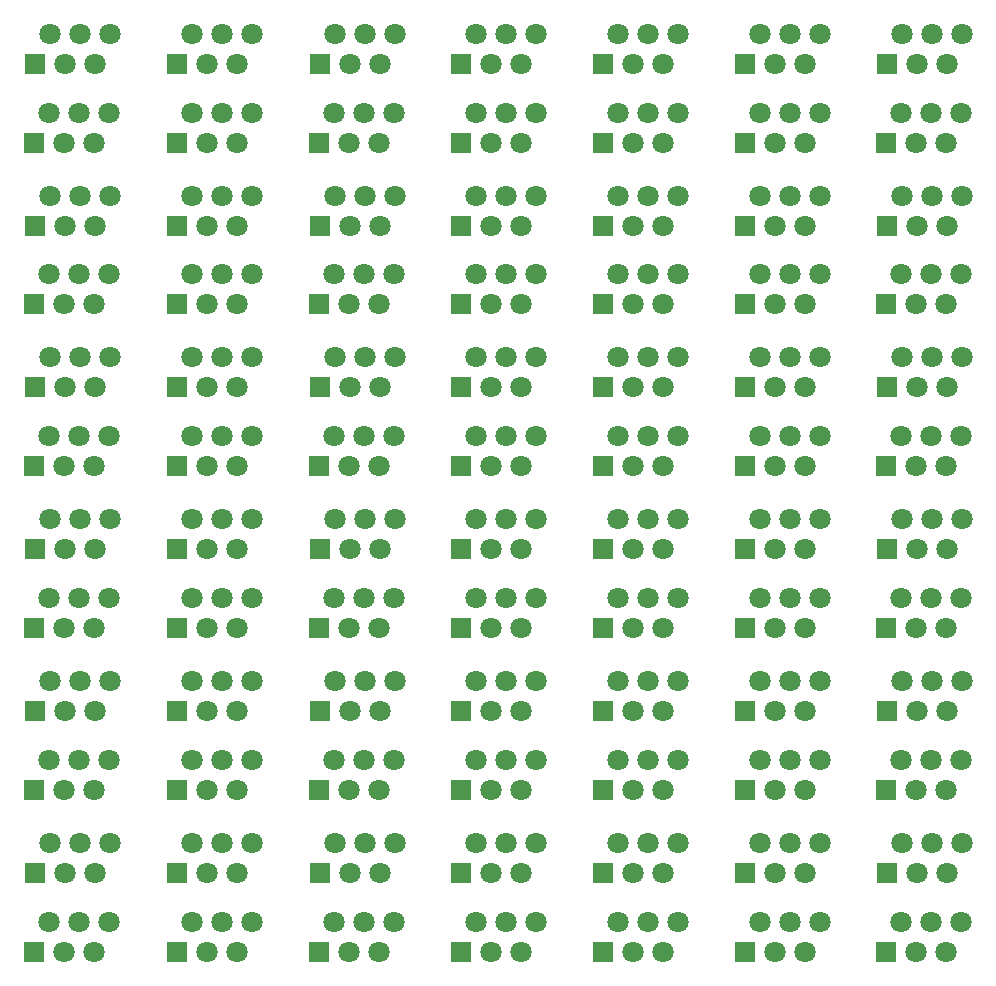
<source format=gbr>
G04 #@! TF.GenerationSoftware,KiCad,Pcbnew,5.0.2-bee76a0~70~ubuntu18.04.1*
G04 #@! TF.CreationDate,2019-05-10T19:14:11+02:00*
G04 #@! TF.ProjectId,spi_connector_board_micromatch_only_5x5_panel,7370695f-636f-46e6-9e65-63746f725f62,rev?*
G04 #@! TF.SameCoordinates,Original*
G04 #@! TF.FileFunction,Copper,L2,Bot*
G04 #@! TF.FilePolarity,Positive*
%FSLAX46Y46*%
G04 Gerber Fmt 4.6, Leading zero omitted, Abs format (unit mm)*
G04 Created by KiCad (PCBNEW 5.0.2-bee76a0~70~ubuntu18.04.1) date Fr 10 Mai 2019 19:14:11 CEST*
%MOMM*%
%LPD*%
G01*
G04 APERTURE LIST*
G04 #@! TA.AperFunction,ComponentPad*
%ADD10C,1.800000*%
G04 #@! TD*
G04 #@! TA.AperFunction,ComponentPad*
%ADD11R,1.800000X1.800000*%
G04 #@! TD*
G04 APERTURE END LIST*
D10*
G04 #@! TO.P,REF\002A\002A,6*
G04 #@! TO.N,N/C*
X159442500Y-144208000D03*
G04 #@! TO.P,REF\002A\002A,5*
X158172500Y-146748000D03*
D11*
G04 #@! TO.P,REF\002A\002A,1*
X153092500Y-146748000D03*
D10*
G04 #@! TO.P,REF\002A\002A,2*
X154362500Y-144208000D03*
G04 #@! TO.P,REF\002A\002A,3*
X155632500Y-146748000D03*
G04 #@! TO.P,REF\002A\002A,4*
X156902500Y-144208000D03*
G04 #@! TD*
G04 #@! TO.P,REF\002A\002A,6*
G04 #@! TO.N,N/C*
X147442500Y-144208000D03*
G04 #@! TO.P,REF\002A\002A,5*
X146172500Y-146748000D03*
D11*
G04 #@! TO.P,REF\002A\002A,1*
X141092500Y-146748000D03*
D10*
G04 #@! TO.P,REF\002A\002A,2*
X142362500Y-144208000D03*
G04 #@! TO.P,REF\002A\002A,3*
X143632500Y-146748000D03*
G04 #@! TO.P,REF\002A\002A,4*
X144902500Y-144208000D03*
G04 #@! TD*
G04 #@! TO.P,REF\002A\002A,6*
G04 #@! TO.N,N/C*
X135442500Y-144208000D03*
G04 #@! TO.P,REF\002A\002A,5*
X134172500Y-146748000D03*
D11*
G04 #@! TO.P,REF\002A\002A,1*
X129092500Y-146748000D03*
D10*
G04 #@! TO.P,REF\002A\002A,2*
X130362500Y-144208000D03*
G04 #@! TO.P,REF\002A\002A,3*
X131632500Y-146748000D03*
G04 #@! TO.P,REF\002A\002A,4*
X132902500Y-144208000D03*
G04 #@! TD*
G04 #@! TO.P,REF\002A\002A,6*
G04 #@! TO.N,N/C*
X99346500Y-150881000D03*
G04 #@! TO.P,REF\002A\002A,5*
X98076500Y-153421000D03*
D11*
G04 #@! TO.P,REF\002A\002A,1*
X92996500Y-153421000D03*
D10*
G04 #@! TO.P,REF\002A\002A,2*
X94266500Y-150881000D03*
G04 #@! TO.P,REF\002A\002A,3*
X95536500Y-153421000D03*
G04 #@! TO.P,REF\002A\002A,4*
X96806500Y-150881000D03*
G04 #@! TD*
G04 #@! TO.P,REF\002A\002A,4*
G04 #@! TO.N,N/C*
X156871500Y-150881000D03*
G04 #@! TO.P,REF\002A\002A,3*
X155601500Y-153421000D03*
G04 #@! TO.P,REF\002A\002A,2*
X154331500Y-150881000D03*
D11*
G04 #@! TO.P,REF\002A\002A,1*
X153061500Y-153421000D03*
D10*
G04 #@! TO.P,REF\002A\002A,5*
X158141500Y-153421000D03*
G04 #@! TO.P,REF\002A\002A,6*
X159411500Y-150881000D03*
G04 #@! TD*
G04 #@! TO.P,REF\002A\002A,6*
G04 #@! TO.N,N/C*
X87312500Y-144208000D03*
G04 #@! TO.P,REF\002A\002A,5*
X86042500Y-146748000D03*
D11*
G04 #@! TO.P,REF\002A\002A,1*
X80962500Y-146748000D03*
D10*
G04 #@! TO.P,REF\002A\002A,2*
X82232500Y-144208000D03*
G04 #@! TO.P,REF\002A\002A,3*
X83502500Y-146748000D03*
G04 #@! TO.P,REF\002A\002A,4*
X84772500Y-144208000D03*
G04 #@! TD*
G04 #@! TO.P,REF\002A\002A,4*
G04 #@! TO.N,N/C*
X108871500Y-150881000D03*
G04 #@! TO.P,REF\002A\002A,3*
X107601500Y-153421000D03*
G04 #@! TO.P,REF\002A\002A,2*
X106331500Y-150881000D03*
D11*
G04 #@! TO.P,REF\002A\002A,1*
X105061500Y-153421000D03*
D10*
G04 #@! TO.P,REF\002A\002A,5*
X110141500Y-153421000D03*
G04 #@! TO.P,REF\002A\002A,6*
X111411500Y-150881000D03*
G04 #@! TD*
G04 #@! TO.P,REF\002A\002A,4*
G04 #@! TO.N,N/C*
X120871500Y-150881000D03*
G04 #@! TO.P,REF\002A\002A,3*
X119601500Y-153421000D03*
G04 #@! TO.P,REF\002A\002A,2*
X118331500Y-150881000D03*
D11*
G04 #@! TO.P,REF\002A\002A,1*
X117061500Y-153421000D03*
D10*
G04 #@! TO.P,REF\002A\002A,5*
X122141500Y-153421000D03*
G04 #@! TO.P,REF\002A\002A,6*
X123411500Y-150881000D03*
G04 #@! TD*
G04 #@! TO.P,REF\002A\002A,4*
G04 #@! TO.N,N/C*
X132871500Y-150881000D03*
G04 #@! TO.P,REF\002A\002A,3*
X131601500Y-153421000D03*
G04 #@! TO.P,REF\002A\002A,2*
X130331500Y-150881000D03*
D11*
G04 #@! TO.P,REF\002A\002A,1*
X129061500Y-153421000D03*
D10*
G04 #@! TO.P,REF\002A\002A,5*
X134141500Y-153421000D03*
G04 #@! TO.P,REF\002A\002A,6*
X135411500Y-150881000D03*
G04 #@! TD*
G04 #@! TO.P,REF\002A\002A,4*
G04 #@! TO.N,N/C*
X144871500Y-150881000D03*
G04 #@! TO.P,REF\002A\002A,3*
X143601500Y-153421000D03*
G04 #@! TO.P,REF\002A\002A,2*
X142331500Y-150881000D03*
D11*
G04 #@! TO.P,REF\002A\002A,1*
X141061500Y-153421000D03*
D10*
G04 #@! TO.P,REF\002A\002A,5*
X146141500Y-153421000D03*
G04 #@! TO.P,REF\002A\002A,6*
X147411500Y-150881000D03*
G04 #@! TD*
G04 #@! TO.P,REF\002A\002A,4*
G04 #@! TO.N,N/C*
X84741500Y-150881000D03*
G04 #@! TO.P,REF\002A\002A,3*
X83471500Y-153421000D03*
G04 #@! TO.P,REF\002A\002A,2*
X82201500Y-150881000D03*
D11*
G04 #@! TO.P,REF\002A\002A,1*
X80931500Y-153421000D03*
D10*
G04 #@! TO.P,REF\002A\002A,5*
X86011500Y-153421000D03*
G04 #@! TO.P,REF\002A\002A,6*
X87281500Y-150881000D03*
G04 #@! TD*
G04 #@! TO.P,REF\002A\002A,6*
G04 #@! TO.N,N/C*
X111442500Y-144208000D03*
G04 #@! TO.P,REF\002A\002A,5*
X110172500Y-146748000D03*
D11*
G04 #@! TO.P,REF\002A\002A,1*
X105092500Y-146748000D03*
D10*
G04 #@! TO.P,REF\002A\002A,2*
X106362500Y-144208000D03*
G04 #@! TO.P,REF\002A\002A,3*
X107632500Y-146748000D03*
G04 #@! TO.P,REF\002A\002A,4*
X108902500Y-144208000D03*
G04 #@! TD*
G04 #@! TO.P,REF\002A\002A,4*
G04 #@! TO.N,N/C*
X96837500Y-144208000D03*
G04 #@! TO.P,REF\002A\002A,3*
X95567500Y-146748000D03*
G04 #@! TO.P,REF\002A\002A,2*
X94297500Y-144208000D03*
D11*
G04 #@! TO.P,REF\002A\002A,1*
X93027500Y-146748000D03*
D10*
G04 #@! TO.P,REF\002A\002A,5*
X98107500Y-146748000D03*
G04 #@! TO.P,REF\002A\002A,6*
X99377500Y-144208000D03*
G04 #@! TD*
G04 #@! TO.P,REF\002A\002A,6*
G04 #@! TO.N,N/C*
X123442500Y-144208000D03*
G04 #@! TO.P,REF\002A\002A,5*
X122172500Y-146748000D03*
D11*
G04 #@! TO.P,REF\002A\002A,1*
X117092500Y-146748000D03*
D10*
G04 #@! TO.P,REF\002A\002A,2*
X118362500Y-144208000D03*
G04 #@! TO.P,REF\002A\002A,3*
X119632500Y-146748000D03*
G04 #@! TO.P,REF\002A\002A,4*
X120902500Y-144208000D03*
G04 #@! TD*
G04 #@! TO.P,REF\002A\002A,4*
G04 #@! TO.N,N/C*
X84741500Y-82365000D03*
G04 #@! TO.P,REF\002A\002A,3*
X83471500Y-84905000D03*
G04 #@! TO.P,REF\002A\002A,2*
X82201500Y-82365000D03*
D11*
G04 #@! TO.P,REF\002A\002A,1*
X80931500Y-84905000D03*
D10*
G04 #@! TO.P,REF\002A\002A,5*
X86011500Y-84905000D03*
G04 #@! TO.P,REF\002A\002A,6*
X87281500Y-82365000D03*
G04 #@! TD*
G04 #@! TO.P,REF\002A\002A,6*
G04 #@! TO.N,N/C*
X87281500Y-96065000D03*
G04 #@! TO.P,REF\002A\002A,5*
X86011500Y-98605000D03*
D11*
G04 #@! TO.P,REF\002A\002A,1*
X80931500Y-98605000D03*
D10*
G04 #@! TO.P,REF\002A\002A,2*
X82201500Y-96065000D03*
G04 #@! TO.P,REF\002A\002A,3*
X83471500Y-98605000D03*
G04 #@! TO.P,REF\002A\002A,4*
X84741500Y-96065000D03*
G04 #@! TD*
G04 #@! TO.P,REF\002A\002A,6*
G04 #@! TO.N,N/C*
X87281500Y-123465000D03*
G04 #@! TO.P,REF\002A\002A,5*
X86011500Y-126005000D03*
D11*
G04 #@! TO.P,REF\002A\002A,1*
X80931500Y-126005000D03*
D10*
G04 #@! TO.P,REF\002A\002A,2*
X82201500Y-123465000D03*
G04 #@! TO.P,REF\002A\002A,3*
X83471500Y-126005000D03*
G04 #@! TO.P,REF\002A\002A,4*
X84741500Y-123465000D03*
G04 #@! TD*
G04 #@! TO.P,REF\002A\002A,6*
G04 #@! TO.N,N/C*
X87281500Y-137165000D03*
G04 #@! TO.P,REF\002A\002A,5*
X86011500Y-139705000D03*
D11*
G04 #@! TO.P,REF\002A\002A,1*
X80931500Y-139705000D03*
D10*
G04 #@! TO.P,REF\002A\002A,2*
X82201500Y-137165000D03*
G04 #@! TO.P,REF\002A\002A,3*
X83471500Y-139705000D03*
G04 #@! TO.P,REF\002A\002A,4*
X84741500Y-137165000D03*
G04 #@! TD*
G04 #@! TO.P,REF\002A\002A,6*
G04 #@! TO.N,N/C*
X87281500Y-109765000D03*
G04 #@! TO.P,REF\002A\002A,5*
X86011500Y-112305000D03*
D11*
G04 #@! TO.P,REF\002A\002A,1*
X80931500Y-112305000D03*
D10*
G04 #@! TO.P,REF\002A\002A,2*
X82201500Y-109765000D03*
G04 #@! TO.P,REF\002A\002A,3*
X83471500Y-112305000D03*
G04 #@! TO.P,REF\002A\002A,4*
X84741500Y-109765000D03*
G04 #@! TD*
G04 #@! TO.P,REF\002A\002A,4*
G04 #@! TO.N,N/C*
X84772500Y-89392000D03*
G04 #@! TO.P,REF\002A\002A,3*
X83502500Y-91932000D03*
G04 #@! TO.P,REF\002A\002A,2*
X82232500Y-89392000D03*
D11*
G04 #@! TO.P,REF\002A\002A,1*
X80962500Y-91932000D03*
D10*
G04 #@! TO.P,REF\002A\002A,5*
X86042500Y-91932000D03*
G04 #@! TO.P,REF\002A\002A,6*
X87312500Y-89392000D03*
G04 #@! TD*
G04 #@! TO.P,REF\002A\002A,4*
G04 #@! TO.N,N/C*
X84772500Y-103092000D03*
G04 #@! TO.P,REF\002A\002A,3*
X83502500Y-105632000D03*
G04 #@! TO.P,REF\002A\002A,2*
X82232500Y-103092000D03*
D11*
G04 #@! TO.P,REF\002A\002A,1*
X80962500Y-105632000D03*
D10*
G04 #@! TO.P,REF\002A\002A,5*
X86042500Y-105632000D03*
G04 #@! TO.P,REF\002A\002A,6*
X87312500Y-103092000D03*
G04 #@! TD*
G04 #@! TO.P,REF\002A\002A,4*
G04 #@! TO.N,N/C*
X84772500Y-116792000D03*
G04 #@! TO.P,REF\002A\002A,3*
X83502500Y-119332000D03*
G04 #@! TO.P,REF\002A\002A,2*
X82232500Y-116792000D03*
D11*
G04 #@! TO.P,REF\002A\002A,1*
X80962500Y-119332000D03*
D10*
G04 #@! TO.P,REF\002A\002A,5*
X86042500Y-119332000D03*
G04 #@! TO.P,REF\002A\002A,6*
X87312500Y-116792000D03*
G04 #@! TD*
G04 #@! TO.P,REF\002A\002A,6*
G04 #@! TO.N,N/C*
X87312500Y-75692000D03*
G04 #@! TO.P,REF\002A\002A,5*
X86042500Y-78232000D03*
D11*
G04 #@! TO.P,REF\002A\002A,1*
X80962500Y-78232000D03*
D10*
G04 #@! TO.P,REF\002A\002A,2*
X82232500Y-75692000D03*
G04 #@! TO.P,REF\002A\002A,3*
X83502500Y-78232000D03*
G04 #@! TO.P,REF\002A\002A,4*
X84772500Y-75692000D03*
G04 #@! TD*
G04 #@! TO.P,REF\002A\002A,4*
G04 #@! TO.N,N/C*
X84772500Y-130492000D03*
G04 #@! TO.P,REF\002A\002A,3*
X83502500Y-133032000D03*
G04 #@! TO.P,REF\002A\002A,2*
X82232500Y-130492000D03*
D11*
G04 #@! TO.P,REF\002A\002A,1*
X80962500Y-133032000D03*
D10*
G04 #@! TO.P,REF\002A\002A,5*
X86042500Y-133032000D03*
G04 #@! TO.P,REF\002A\002A,6*
X87312500Y-130492000D03*
G04 #@! TD*
G04 #@! TO.P,REF\002A\002A,6*
G04 #@! TO.N,N/C*
X99377500Y-89392000D03*
G04 #@! TO.P,REF\002A\002A,5*
X98107500Y-91932000D03*
D11*
G04 #@! TO.P,REF\002A\002A,1*
X93027500Y-91932000D03*
D10*
G04 #@! TO.P,REF\002A\002A,2*
X94297500Y-89392000D03*
G04 #@! TO.P,REF\002A\002A,3*
X95567500Y-91932000D03*
G04 #@! TO.P,REF\002A\002A,4*
X96837500Y-89392000D03*
G04 #@! TD*
G04 #@! TO.P,REF\002A\002A,6*
G04 #@! TO.N,N/C*
X99377500Y-103092000D03*
G04 #@! TO.P,REF\002A\002A,5*
X98107500Y-105632000D03*
D11*
G04 #@! TO.P,REF\002A\002A,1*
X93027500Y-105632000D03*
D10*
G04 #@! TO.P,REF\002A\002A,2*
X94297500Y-103092000D03*
G04 #@! TO.P,REF\002A\002A,3*
X95567500Y-105632000D03*
G04 #@! TO.P,REF\002A\002A,4*
X96837500Y-103092000D03*
G04 #@! TD*
G04 #@! TO.P,REF\002A\002A,6*
G04 #@! TO.N,N/C*
X99377500Y-116792000D03*
G04 #@! TO.P,REF\002A\002A,5*
X98107500Y-119332000D03*
D11*
G04 #@! TO.P,REF\002A\002A,1*
X93027500Y-119332000D03*
D10*
G04 #@! TO.P,REF\002A\002A,2*
X94297500Y-116792000D03*
G04 #@! TO.P,REF\002A\002A,3*
X95567500Y-119332000D03*
G04 #@! TO.P,REF\002A\002A,4*
X96837500Y-116792000D03*
G04 #@! TD*
G04 #@! TO.P,REF\002A\002A,4*
G04 #@! TO.N,N/C*
X96837500Y-75692000D03*
G04 #@! TO.P,REF\002A\002A,3*
X95567500Y-78232000D03*
G04 #@! TO.P,REF\002A\002A,2*
X94297500Y-75692000D03*
D11*
G04 #@! TO.P,REF\002A\002A,1*
X93027500Y-78232000D03*
D10*
G04 #@! TO.P,REF\002A\002A,5*
X98107500Y-78232000D03*
G04 #@! TO.P,REF\002A\002A,6*
X99377500Y-75692000D03*
G04 #@! TD*
G04 #@! TO.P,REF\002A\002A,4*
G04 #@! TO.N,N/C*
X96806500Y-96065000D03*
G04 #@! TO.P,REF\002A\002A,3*
X95536500Y-98605000D03*
G04 #@! TO.P,REF\002A\002A,2*
X94266500Y-96065000D03*
D11*
G04 #@! TO.P,REF\002A\002A,1*
X92996500Y-98605000D03*
D10*
G04 #@! TO.P,REF\002A\002A,5*
X98076500Y-98605000D03*
G04 #@! TO.P,REF\002A\002A,6*
X99346500Y-96065000D03*
G04 #@! TD*
G04 #@! TO.P,REF\002A\002A,4*
G04 #@! TO.N,N/C*
X96806500Y-109765000D03*
G04 #@! TO.P,REF\002A\002A,3*
X95536500Y-112305000D03*
G04 #@! TO.P,REF\002A\002A,2*
X94266500Y-109765000D03*
D11*
G04 #@! TO.P,REF\002A\002A,1*
X92996500Y-112305000D03*
D10*
G04 #@! TO.P,REF\002A\002A,5*
X98076500Y-112305000D03*
G04 #@! TO.P,REF\002A\002A,6*
X99346500Y-109765000D03*
G04 #@! TD*
G04 #@! TO.P,REF\002A\002A,4*
G04 #@! TO.N,N/C*
X96806500Y-123465000D03*
G04 #@! TO.P,REF\002A\002A,3*
X95536500Y-126005000D03*
G04 #@! TO.P,REF\002A\002A,2*
X94266500Y-123465000D03*
D11*
G04 #@! TO.P,REF\002A\002A,1*
X92996500Y-126005000D03*
D10*
G04 #@! TO.P,REF\002A\002A,5*
X98076500Y-126005000D03*
G04 #@! TO.P,REF\002A\002A,6*
X99346500Y-123465000D03*
G04 #@! TD*
G04 #@! TO.P,REF\002A\002A,4*
G04 #@! TO.N,N/C*
X96806500Y-137165000D03*
G04 #@! TO.P,REF\002A\002A,3*
X95536500Y-139705000D03*
G04 #@! TO.P,REF\002A\002A,2*
X94266500Y-137165000D03*
D11*
G04 #@! TO.P,REF\002A\002A,1*
X92996500Y-139705000D03*
D10*
G04 #@! TO.P,REF\002A\002A,5*
X98076500Y-139705000D03*
G04 #@! TO.P,REF\002A\002A,6*
X99346500Y-137165000D03*
G04 #@! TD*
G04 #@! TO.P,REF\002A\002A,6*
G04 #@! TO.N,N/C*
X99346500Y-82365000D03*
G04 #@! TO.P,REF\002A\002A,5*
X98076500Y-84905000D03*
D11*
G04 #@! TO.P,REF\002A\002A,1*
X92996500Y-84905000D03*
D10*
G04 #@! TO.P,REF\002A\002A,2*
X94266500Y-82365000D03*
G04 #@! TO.P,REF\002A\002A,3*
X95536500Y-84905000D03*
G04 #@! TO.P,REF\002A\002A,4*
X96806500Y-82365000D03*
G04 #@! TD*
G04 #@! TO.P,REF\002A\002A,6*
G04 #@! TO.N,N/C*
X99377500Y-130492000D03*
G04 #@! TO.P,REF\002A\002A,5*
X98107500Y-133032000D03*
D11*
G04 #@! TO.P,REF\002A\002A,1*
X93027500Y-133032000D03*
D10*
G04 #@! TO.P,REF\002A\002A,2*
X94297500Y-130492000D03*
G04 #@! TO.P,REF\002A\002A,3*
X95567500Y-133032000D03*
G04 #@! TO.P,REF\002A\002A,4*
X96837500Y-130492000D03*
G04 #@! TD*
G04 #@! TO.P,REF\002A\002A,4*
G04 #@! TO.N,N/C*
X156902500Y-130492000D03*
G04 #@! TO.P,REF\002A\002A,3*
X155632500Y-133032000D03*
G04 #@! TO.P,REF\002A\002A,2*
X154362500Y-130492000D03*
D11*
G04 #@! TO.P,REF\002A\002A,1*
X153092500Y-133032000D03*
D10*
G04 #@! TO.P,REF\002A\002A,5*
X158172500Y-133032000D03*
G04 #@! TO.P,REF\002A\002A,6*
X159442500Y-130492000D03*
G04 #@! TD*
G04 #@! TO.P,REF\002A\002A,4*
G04 #@! TO.N,N/C*
X144902500Y-130492000D03*
G04 #@! TO.P,REF\002A\002A,3*
X143632500Y-133032000D03*
G04 #@! TO.P,REF\002A\002A,2*
X142362500Y-130492000D03*
D11*
G04 #@! TO.P,REF\002A\002A,1*
X141092500Y-133032000D03*
D10*
G04 #@! TO.P,REF\002A\002A,5*
X146172500Y-133032000D03*
G04 #@! TO.P,REF\002A\002A,6*
X147442500Y-130492000D03*
G04 #@! TD*
G04 #@! TO.P,REF\002A\002A,4*
G04 #@! TO.N,N/C*
X132902500Y-130492000D03*
G04 #@! TO.P,REF\002A\002A,3*
X131632500Y-133032000D03*
G04 #@! TO.P,REF\002A\002A,2*
X130362500Y-130492000D03*
D11*
G04 #@! TO.P,REF\002A\002A,1*
X129092500Y-133032000D03*
D10*
G04 #@! TO.P,REF\002A\002A,5*
X134172500Y-133032000D03*
G04 #@! TO.P,REF\002A\002A,6*
X135442500Y-130492000D03*
G04 #@! TD*
G04 #@! TO.P,REF\002A\002A,4*
G04 #@! TO.N,N/C*
X120902500Y-130492000D03*
G04 #@! TO.P,REF\002A\002A,3*
X119632500Y-133032000D03*
G04 #@! TO.P,REF\002A\002A,2*
X118362500Y-130492000D03*
D11*
G04 #@! TO.P,REF\002A\002A,1*
X117092500Y-133032000D03*
D10*
G04 #@! TO.P,REF\002A\002A,5*
X122172500Y-133032000D03*
G04 #@! TO.P,REF\002A\002A,6*
X123442500Y-130492000D03*
G04 #@! TD*
G04 #@! TO.P,REF\002A\002A,4*
G04 #@! TO.N,N/C*
X108902500Y-130492000D03*
G04 #@! TO.P,REF\002A\002A,3*
X107632500Y-133032000D03*
G04 #@! TO.P,REF\002A\002A,2*
X106362500Y-130492000D03*
D11*
G04 #@! TO.P,REF\002A\002A,1*
X105092500Y-133032000D03*
D10*
G04 #@! TO.P,REF\002A\002A,5*
X110172500Y-133032000D03*
G04 #@! TO.P,REF\002A\002A,6*
X111442500Y-130492000D03*
G04 #@! TD*
G04 #@! TO.P,REF\002A\002A,4*
G04 #@! TO.N,N/C*
X156902500Y-116792000D03*
G04 #@! TO.P,REF\002A\002A,3*
X155632500Y-119332000D03*
G04 #@! TO.P,REF\002A\002A,2*
X154362500Y-116792000D03*
D11*
G04 #@! TO.P,REF\002A\002A,1*
X153092500Y-119332000D03*
D10*
G04 #@! TO.P,REF\002A\002A,5*
X158172500Y-119332000D03*
G04 #@! TO.P,REF\002A\002A,6*
X159442500Y-116792000D03*
G04 #@! TD*
G04 #@! TO.P,REF\002A\002A,4*
G04 #@! TO.N,N/C*
X144902500Y-116792000D03*
G04 #@! TO.P,REF\002A\002A,3*
X143632500Y-119332000D03*
G04 #@! TO.P,REF\002A\002A,2*
X142362500Y-116792000D03*
D11*
G04 #@! TO.P,REF\002A\002A,1*
X141092500Y-119332000D03*
D10*
G04 #@! TO.P,REF\002A\002A,5*
X146172500Y-119332000D03*
G04 #@! TO.P,REF\002A\002A,6*
X147442500Y-116792000D03*
G04 #@! TD*
G04 #@! TO.P,REF\002A\002A,4*
G04 #@! TO.N,N/C*
X132902500Y-116792000D03*
G04 #@! TO.P,REF\002A\002A,3*
X131632500Y-119332000D03*
G04 #@! TO.P,REF\002A\002A,2*
X130362500Y-116792000D03*
D11*
G04 #@! TO.P,REF\002A\002A,1*
X129092500Y-119332000D03*
D10*
G04 #@! TO.P,REF\002A\002A,5*
X134172500Y-119332000D03*
G04 #@! TO.P,REF\002A\002A,6*
X135442500Y-116792000D03*
G04 #@! TD*
G04 #@! TO.P,REF\002A\002A,4*
G04 #@! TO.N,N/C*
X120902500Y-116792000D03*
G04 #@! TO.P,REF\002A\002A,3*
X119632500Y-119332000D03*
G04 #@! TO.P,REF\002A\002A,2*
X118362500Y-116792000D03*
D11*
G04 #@! TO.P,REF\002A\002A,1*
X117092500Y-119332000D03*
D10*
G04 #@! TO.P,REF\002A\002A,5*
X122172500Y-119332000D03*
G04 #@! TO.P,REF\002A\002A,6*
X123442500Y-116792000D03*
G04 #@! TD*
G04 #@! TO.P,REF\002A\002A,4*
G04 #@! TO.N,N/C*
X108902500Y-116792000D03*
G04 #@! TO.P,REF\002A\002A,3*
X107632500Y-119332000D03*
G04 #@! TO.P,REF\002A\002A,2*
X106362500Y-116792000D03*
D11*
G04 #@! TO.P,REF\002A\002A,1*
X105092500Y-119332000D03*
D10*
G04 #@! TO.P,REF\002A\002A,5*
X110172500Y-119332000D03*
G04 #@! TO.P,REF\002A\002A,6*
X111442500Y-116792000D03*
G04 #@! TD*
G04 #@! TO.P,REF\002A\002A,4*
G04 #@! TO.N,N/C*
X156902500Y-103092000D03*
G04 #@! TO.P,REF\002A\002A,3*
X155632500Y-105632000D03*
G04 #@! TO.P,REF\002A\002A,2*
X154362500Y-103092000D03*
D11*
G04 #@! TO.P,REF\002A\002A,1*
X153092500Y-105632000D03*
D10*
G04 #@! TO.P,REF\002A\002A,5*
X158172500Y-105632000D03*
G04 #@! TO.P,REF\002A\002A,6*
X159442500Y-103092000D03*
G04 #@! TD*
G04 #@! TO.P,REF\002A\002A,4*
G04 #@! TO.N,N/C*
X144902500Y-103092000D03*
G04 #@! TO.P,REF\002A\002A,3*
X143632500Y-105632000D03*
G04 #@! TO.P,REF\002A\002A,2*
X142362500Y-103092000D03*
D11*
G04 #@! TO.P,REF\002A\002A,1*
X141092500Y-105632000D03*
D10*
G04 #@! TO.P,REF\002A\002A,5*
X146172500Y-105632000D03*
G04 #@! TO.P,REF\002A\002A,6*
X147442500Y-103092000D03*
G04 #@! TD*
G04 #@! TO.P,REF\002A\002A,4*
G04 #@! TO.N,N/C*
X132902500Y-103092000D03*
G04 #@! TO.P,REF\002A\002A,3*
X131632500Y-105632000D03*
G04 #@! TO.P,REF\002A\002A,2*
X130362500Y-103092000D03*
D11*
G04 #@! TO.P,REF\002A\002A,1*
X129092500Y-105632000D03*
D10*
G04 #@! TO.P,REF\002A\002A,5*
X134172500Y-105632000D03*
G04 #@! TO.P,REF\002A\002A,6*
X135442500Y-103092000D03*
G04 #@! TD*
G04 #@! TO.P,REF\002A\002A,4*
G04 #@! TO.N,N/C*
X120902500Y-103092000D03*
G04 #@! TO.P,REF\002A\002A,3*
X119632500Y-105632000D03*
G04 #@! TO.P,REF\002A\002A,2*
X118362500Y-103092000D03*
D11*
G04 #@! TO.P,REF\002A\002A,1*
X117092500Y-105632000D03*
D10*
G04 #@! TO.P,REF\002A\002A,5*
X122172500Y-105632000D03*
G04 #@! TO.P,REF\002A\002A,6*
X123442500Y-103092000D03*
G04 #@! TD*
G04 #@! TO.P,REF\002A\002A,4*
G04 #@! TO.N,N/C*
X108902500Y-103092000D03*
G04 #@! TO.P,REF\002A\002A,3*
X107632500Y-105632000D03*
G04 #@! TO.P,REF\002A\002A,2*
X106362500Y-103092000D03*
D11*
G04 #@! TO.P,REF\002A\002A,1*
X105092500Y-105632000D03*
D10*
G04 #@! TO.P,REF\002A\002A,5*
X110172500Y-105632000D03*
G04 #@! TO.P,REF\002A\002A,6*
X111442500Y-103092000D03*
G04 #@! TD*
G04 #@! TO.P,REF\002A\002A,4*
G04 #@! TO.N,N/C*
X156902500Y-89392000D03*
G04 #@! TO.P,REF\002A\002A,3*
X155632500Y-91932000D03*
G04 #@! TO.P,REF\002A\002A,2*
X154362500Y-89392000D03*
D11*
G04 #@! TO.P,REF\002A\002A,1*
X153092500Y-91932000D03*
D10*
G04 #@! TO.P,REF\002A\002A,5*
X158172500Y-91932000D03*
G04 #@! TO.P,REF\002A\002A,6*
X159442500Y-89392000D03*
G04 #@! TD*
G04 #@! TO.P,REF\002A\002A,4*
G04 #@! TO.N,N/C*
X144902500Y-89392000D03*
G04 #@! TO.P,REF\002A\002A,3*
X143632500Y-91932000D03*
G04 #@! TO.P,REF\002A\002A,2*
X142362500Y-89392000D03*
D11*
G04 #@! TO.P,REF\002A\002A,1*
X141092500Y-91932000D03*
D10*
G04 #@! TO.P,REF\002A\002A,5*
X146172500Y-91932000D03*
G04 #@! TO.P,REF\002A\002A,6*
X147442500Y-89392000D03*
G04 #@! TD*
G04 #@! TO.P,REF\002A\002A,4*
G04 #@! TO.N,N/C*
X132902500Y-89392000D03*
G04 #@! TO.P,REF\002A\002A,3*
X131632500Y-91932000D03*
G04 #@! TO.P,REF\002A\002A,2*
X130362500Y-89392000D03*
D11*
G04 #@! TO.P,REF\002A\002A,1*
X129092500Y-91932000D03*
D10*
G04 #@! TO.P,REF\002A\002A,5*
X134172500Y-91932000D03*
G04 #@! TO.P,REF\002A\002A,6*
X135442500Y-89392000D03*
G04 #@! TD*
G04 #@! TO.P,REF\002A\002A,4*
G04 #@! TO.N,N/C*
X120902500Y-89392000D03*
G04 #@! TO.P,REF\002A\002A,3*
X119632500Y-91932000D03*
G04 #@! TO.P,REF\002A\002A,2*
X118362500Y-89392000D03*
D11*
G04 #@! TO.P,REF\002A\002A,1*
X117092500Y-91932000D03*
D10*
G04 #@! TO.P,REF\002A\002A,5*
X122172500Y-91932000D03*
G04 #@! TO.P,REF\002A\002A,6*
X123442500Y-89392000D03*
G04 #@! TD*
G04 #@! TO.P,REF\002A\002A,4*
G04 #@! TO.N,N/C*
X108902500Y-89392000D03*
G04 #@! TO.P,REF\002A\002A,3*
X107632500Y-91932000D03*
G04 #@! TO.P,REF\002A\002A,2*
X106362500Y-89392000D03*
D11*
G04 #@! TO.P,REF\002A\002A,1*
X105092500Y-91932000D03*
D10*
G04 #@! TO.P,REF\002A\002A,5*
X110172500Y-91932000D03*
G04 #@! TO.P,REF\002A\002A,6*
X111442500Y-89392000D03*
G04 #@! TD*
G04 #@! TO.P,REF\002A\002A,4*
G04 #@! TO.N,N/C*
X156902500Y-75692000D03*
G04 #@! TO.P,REF\002A\002A,3*
X155632500Y-78232000D03*
G04 #@! TO.P,REF\002A\002A,2*
X154362500Y-75692000D03*
D11*
G04 #@! TO.P,REF\002A\002A,1*
X153092500Y-78232000D03*
D10*
G04 #@! TO.P,REF\002A\002A,5*
X158172500Y-78232000D03*
G04 #@! TO.P,REF\002A\002A,6*
X159442500Y-75692000D03*
G04 #@! TD*
G04 #@! TO.P,REF\002A\002A,4*
G04 #@! TO.N,N/C*
X144902500Y-75692000D03*
G04 #@! TO.P,REF\002A\002A,3*
X143632500Y-78232000D03*
G04 #@! TO.P,REF\002A\002A,2*
X142362500Y-75692000D03*
D11*
G04 #@! TO.P,REF\002A\002A,1*
X141092500Y-78232000D03*
D10*
G04 #@! TO.P,REF\002A\002A,5*
X146172500Y-78232000D03*
G04 #@! TO.P,REF\002A\002A,6*
X147442500Y-75692000D03*
G04 #@! TD*
G04 #@! TO.P,REF\002A\002A,4*
G04 #@! TO.N,N/C*
X132902500Y-75692000D03*
G04 #@! TO.P,REF\002A\002A,3*
X131632500Y-78232000D03*
G04 #@! TO.P,REF\002A\002A,2*
X130362500Y-75692000D03*
D11*
G04 #@! TO.P,REF\002A\002A,1*
X129092500Y-78232000D03*
D10*
G04 #@! TO.P,REF\002A\002A,5*
X134172500Y-78232000D03*
G04 #@! TO.P,REF\002A\002A,6*
X135442500Y-75692000D03*
G04 #@! TD*
G04 #@! TO.P,REF\002A\002A,4*
G04 #@! TO.N,N/C*
X120902500Y-75692000D03*
G04 #@! TO.P,REF\002A\002A,3*
X119632500Y-78232000D03*
G04 #@! TO.P,REF\002A\002A,2*
X118362500Y-75692000D03*
D11*
G04 #@! TO.P,REF\002A\002A,1*
X117092500Y-78232000D03*
D10*
G04 #@! TO.P,REF\002A\002A,5*
X122172500Y-78232000D03*
G04 #@! TO.P,REF\002A\002A,6*
X123442500Y-75692000D03*
G04 #@! TD*
G04 #@! TO.P,REF\002A\002A,6*
G04 #@! TO.N,N/C*
X159411500Y-137165000D03*
G04 #@! TO.P,REF\002A\002A,5*
X158141500Y-139705000D03*
D11*
G04 #@! TO.P,REF\002A\002A,1*
X153061500Y-139705000D03*
D10*
G04 #@! TO.P,REF\002A\002A,2*
X154331500Y-137165000D03*
G04 #@! TO.P,REF\002A\002A,3*
X155601500Y-139705000D03*
G04 #@! TO.P,REF\002A\002A,4*
X156871500Y-137165000D03*
G04 #@! TD*
G04 #@! TO.P,REF\002A\002A,6*
G04 #@! TO.N,N/C*
X147411500Y-137165000D03*
G04 #@! TO.P,REF\002A\002A,5*
X146141500Y-139705000D03*
D11*
G04 #@! TO.P,REF\002A\002A,1*
X141061500Y-139705000D03*
D10*
G04 #@! TO.P,REF\002A\002A,2*
X142331500Y-137165000D03*
G04 #@! TO.P,REF\002A\002A,3*
X143601500Y-139705000D03*
G04 #@! TO.P,REF\002A\002A,4*
X144871500Y-137165000D03*
G04 #@! TD*
G04 #@! TO.P,REF\002A\002A,6*
G04 #@! TO.N,N/C*
X135411500Y-137165000D03*
G04 #@! TO.P,REF\002A\002A,5*
X134141500Y-139705000D03*
D11*
G04 #@! TO.P,REF\002A\002A,1*
X129061500Y-139705000D03*
D10*
G04 #@! TO.P,REF\002A\002A,2*
X130331500Y-137165000D03*
G04 #@! TO.P,REF\002A\002A,3*
X131601500Y-139705000D03*
G04 #@! TO.P,REF\002A\002A,4*
X132871500Y-137165000D03*
G04 #@! TD*
G04 #@! TO.P,REF\002A\002A,6*
G04 #@! TO.N,N/C*
X123411500Y-137165000D03*
G04 #@! TO.P,REF\002A\002A,5*
X122141500Y-139705000D03*
D11*
G04 #@! TO.P,REF\002A\002A,1*
X117061500Y-139705000D03*
D10*
G04 #@! TO.P,REF\002A\002A,2*
X118331500Y-137165000D03*
G04 #@! TO.P,REF\002A\002A,3*
X119601500Y-139705000D03*
G04 #@! TO.P,REF\002A\002A,4*
X120871500Y-137165000D03*
G04 #@! TD*
G04 #@! TO.P,REF\002A\002A,6*
G04 #@! TO.N,N/C*
X111411500Y-137165000D03*
G04 #@! TO.P,REF\002A\002A,5*
X110141500Y-139705000D03*
D11*
G04 #@! TO.P,REF\002A\002A,1*
X105061500Y-139705000D03*
D10*
G04 #@! TO.P,REF\002A\002A,2*
X106331500Y-137165000D03*
G04 #@! TO.P,REF\002A\002A,3*
X107601500Y-139705000D03*
G04 #@! TO.P,REF\002A\002A,4*
X108871500Y-137165000D03*
G04 #@! TD*
G04 #@! TO.P,REF\002A\002A,6*
G04 #@! TO.N,N/C*
X159411500Y-123465000D03*
G04 #@! TO.P,REF\002A\002A,5*
X158141500Y-126005000D03*
D11*
G04 #@! TO.P,REF\002A\002A,1*
X153061500Y-126005000D03*
D10*
G04 #@! TO.P,REF\002A\002A,2*
X154331500Y-123465000D03*
G04 #@! TO.P,REF\002A\002A,3*
X155601500Y-126005000D03*
G04 #@! TO.P,REF\002A\002A,4*
X156871500Y-123465000D03*
G04 #@! TD*
G04 #@! TO.P,REF\002A\002A,6*
G04 #@! TO.N,N/C*
X147411500Y-123465000D03*
G04 #@! TO.P,REF\002A\002A,5*
X146141500Y-126005000D03*
D11*
G04 #@! TO.P,REF\002A\002A,1*
X141061500Y-126005000D03*
D10*
G04 #@! TO.P,REF\002A\002A,2*
X142331500Y-123465000D03*
G04 #@! TO.P,REF\002A\002A,3*
X143601500Y-126005000D03*
G04 #@! TO.P,REF\002A\002A,4*
X144871500Y-123465000D03*
G04 #@! TD*
G04 #@! TO.P,REF\002A\002A,6*
G04 #@! TO.N,N/C*
X135411500Y-123465000D03*
G04 #@! TO.P,REF\002A\002A,5*
X134141500Y-126005000D03*
D11*
G04 #@! TO.P,REF\002A\002A,1*
X129061500Y-126005000D03*
D10*
G04 #@! TO.P,REF\002A\002A,2*
X130331500Y-123465000D03*
G04 #@! TO.P,REF\002A\002A,3*
X131601500Y-126005000D03*
G04 #@! TO.P,REF\002A\002A,4*
X132871500Y-123465000D03*
G04 #@! TD*
G04 #@! TO.P,REF\002A\002A,6*
G04 #@! TO.N,N/C*
X123411500Y-123465000D03*
G04 #@! TO.P,REF\002A\002A,5*
X122141500Y-126005000D03*
D11*
G04 #@! TO.P,REF\002A\002A,1*
X117061500Y-126005000D03*
D10*
G04 #@! TO.P,REF\002A\002A,2*
X118331500Y-123465000D03*
G04 #@! TO.P,REF\002A\002A,3*
X119601500Y-126005000D03*
G04 #@! TO.P,REF\002A\002A,4*
X120871500Y-123465000D03*
G04 #@! TD*
G04 #@! TO.P,REF\002A\002A,6*
G04 #@! TO.N,N/C*
X111411500Y-123465000D03*
G04 #@! TO.P,REF\002A\002A,5*
X110141500Y-126005000D03*
D11*
G04 #@! TO.P,REF\002A\002A,1*
X105061500Y-126005000D03*
D10*
G04 #@! TO.P,REF\002A\002A,2*
X106331500Y-123465000D03*
G04 #@! TO.P,REF\002A\002A,3*
X107601500Y-126005000D03*
G04 #@! TO.P,REF\002A\002A,4*
X108871500Y-123465000D03*
G04 #@! TD*
G04 #@! TO.P,REF\002A\002A,6*
G04 #@! TO.N,N/C*
X159411500Y-109765000D03*
G04 #@! TO.P,REF\002A\002A,5*
X158141500Y-112305000D03*
D11*
G04 #@! TO.P,REF\002A\002A,1*
X153061500Y-112305000D03*
D10*
G04 #@! TO.P,REF\002A\002A,2*
X154331500Y-109765000D03*
G04 #@! TO.P,REF\002A\002A,3*
X155601500Y-112305000D03*
G04 #@! TO.P,REF\002A\002A,4*
X156871500Y-109765000D03*
G04 #@! TD*
G04 #@! TO.P,REF\002A\002A,6*
G04 #@! TO.N,N/C*
X147411500Y-109765000D03*
G04 #@! TO.P,REF\002A\002A,5*
X146141500Y-112305000D03*
D11*
G04 #@! TO.P,REF\002A\002A,1*
X141061500Y-112305000D03*
D10*
G04 #@! TO.P,REF\002A\002A,2*
X142331500Y-109765000D03*
G04 #@! TO.P,REF\002A\002A,3*
X143601500Y-112305000D03*
G04 #@! TO.P,REF\002A\002A,4*
X144871500Y-109765000D03*
G04 #@! TD*
G04 #@! TO.P,REF\002A\002A,6*
G04 #@! TO.N,N/C*
X135411500Y-109765000D03*
G04 #@! TO.P,REF\002A\002A,5*
X134141500Y-112305000D03*
D11*
G04 #@! TO.P,REF\002A\002A,1*
X129061500Y-112305000D03*
D10*
G04 #@! TO.P,REF\002A\002A,2*
X130331500Y-109765000D03*
G04 #@! TO.P,REF\002A\002A,3*
X131601500Y-112305000D03*
G04 #@! TO.P,REF\002A\002A,4*
X132871500Y-109765000D03*
G04 #@! TD*
G04 #@! TO.P,REF\002A\002A,6*
G04 #@! TO.N,N/C*
X123411500Y-109765000D03*
G04 #@! TO.P,REF\002A\002A,5*
X122141500Y-112305000D03*
D11*
G04 #@! TO.P,REF\002A\002A,1*
X117061500Y-112305000D03*
D10*
G04 #@! TO.P,REF\002A\002A,2*
X118331500Y-109765000D03*
G04 #@! TO.P,REF\002A\002A,3*
X119601500Y-112305000D03*
G04 #@! TO.P,REF\002A\002A,4*
X120871500Y-109765000D03*
G04 #@! TD*
G04 #@! TO.P,REF\002A\002A,6*
G04 #@! TO.N,N/C*
X111411500Y-109765000D03*
G04 #@! TO.P,REF\002A\002A,5*
X110141500Y-112305000D03*
D11*
G04 #@! TO.P,REF\002A\002A,1*
X105061500Y-112305000D03*
D10*
G04 #@! TO.P,REF\002A\002A,2*
X106331500Y-109765000D03*
G04 #@! TO.P,REF\002A\002A,3*
X107601500Y-112305000D03*
G04 #@! TO.P,REF\002A\002A,4*
X108871500Y-109765000D03*
G04 #@! TD*
G04 #@! TO.P,REF\002A\002A,6*
G04 #@! TO.N,N/C*
X159411500Y-96065000D03*
G04 #@! TO.P,REF\002A\002A,5*
X158141500Y-98605000D03*
D11*
G04 #@! TO.P,REF\002A\002A,1*
X153061500Y-98605000D03*
D10*
G04 #@! TO.P,REF\002A\002A,2*
X154331500Y-96065000D03*
G04 #@! TO.P,REF\002A\002A,3*
X155601500Y-98605000D03*
G04 #@! TO.P,REF\002A\002A,4*
X156871500Y-96065000D03*
G04 #@! TD*
G04 #@! TO.P,REF\002A\002A,6*
G04 #@! TO.N,N/C*
X147411500Y-96065000D03*
G04 #@! TO.P,REF\002A\002A,5*
X146141500Y-98605000D03*
D11*
G04 #@! TO.P,REF\002A\002A,1*
X141061500Y-98605000D03*
D10*
G04 #@! TO.P,REF\002A\002A,2*
X142331500Y-96065000D03*
G04 #@! TO.P,REF\002A\002A,3*
X143601500Y-98605000D03*
G04 #@! TO.P,REF\002A\002A,4*
X144871500Y-96065000D03*
G04 #@! TD*
G04 #@! TO.P,REF\002A\002A,6*
G04 #@! TO.N,N/C*
X135411500Y-96065000D03*
G04 #@! TO.P,REF\002A\002A,5*
X134141500Y-98605000D03*
D11*
G04 #@! TO.P,REF\002A\002A,1*
X129061500Y-98605000D03*
D10*
G04 #@! TO.P,REF\002A\002A,2*
X130331500Y-96065000D03*
G04 #@! TO.P,REF\002A\002A,3*
X131601500Y-98605000D03*
G04 #@! TO.P,REF\002A\002A,4*
X132871500Y-96065000D03*
G04 #@! TD*
G04 #@! TO.P,REF\002A\002A,6*
G04 #@! TO.N,N/C*
X123411500Y-96065000D03*
G04 #@! TO.P,REF\002A\002A,5*
X122141500Y-98605000D03*
D11*
G04 #@! TO.P,REF\002A\002A,1*
X117061500Y-98605000D03*
D10*
G04 #@! TO.P,REF\002A\002A,2*
X118331500Y-96065000D03*
G04 #@! TO.P,REF\002A\002A,3*
X119601500Y-98605000D03*
G04 #@! TO.P,REF\002A\002A,4*
X120871500Y-96065000D03*
G04 #@! TD*
G04 #@! TO.P,REF\002A\002A,6*
G04 #@! TO.N,N/C*
X111411500Y-96065000D03*
G04 #@! TO.P,REF\002A\002A,5*
X110141500Y-98605000D03*
D11*
G04 #@! TO.P,REF\002A\002A,1*
X105061500Y-98605000D03*
D10*
G04 #@! TO.P,REF\002A\002A,2*
X106331500Y-96065000D03*
G04 #@! TO.P,REF\002A\002A,3*
X107601500Y-98605000D03*
G04 #@! TO.P,REF\002A\002A,4*
X108871500Y-96065000D03*
G04 #@! TD*
G04 #@! TO.P,REF\002A\002A,6*
G04 #@! TO.N,N/C*
X159411500Y-82365000D03*
G04 #@! TO.P,REF\002A\002A,5*
X158141500Y-84905000D03*
D11*
G04 #@! TO.P,REF\002A\002A,1*
X153061500Y-84905000D03*
D10*
G04 #@! TO.P,REF\002A\002A,2*
X154331500Y-82365000D03*
G04 #@! TO.P,REF\002A\002A,3*
X155601500Y-84905000D03*
G04 #@! TO.P,REF\002A\002A,4*
X156871500Y-82365000D03*
G04 #@! TD*
G04 #@! TO.P,REF\002A\002A,6*
G04 #@! TO.N,N/C*
X147411500Y-82365000D03*
G04 #@! TO.P,REF\002A\002A,5*
X146141500Y-84905000D03*
D11*
G04 #@! TO.P,REF\002A\002A,1*
X141061500Y-84905000D03*
D10*
G04 #@! TO.P,REF\002A\002A,2*
X142331500Y-82365000D03*
G04 #@! TO.P,REF\002A\002A,3*
X143601500Y-84905000D03*
G04 #@! TO.P,REF\002A\002A,4*
X144871500Y-82365000D03*
G04 #@! TD*
G04 #@! TO.P,REF\002A\002A,6*
G04 #@! TO.N,N/C*
X135411500Y-82365000D03*
G04 #@! TO.P,REF\002A\002A,5*
X134141500Y-84905000D03*
D11*
G04 #@! TO.P,REF\002A\002A,1*
X129061500Y-84905000D03*
D10*
G04 #@! TO.P,REF\002A\002A,2*
X130331500Y-82365000D03*
G04 #@! TO.P,REF\002A\002A,3*
X131601500Y-84905000D03*
G04 #@! TO.P,REF\002A\002A,4*
X132871500Y-82365000D03*
G04 #@! TD*
G04 #@! TO.P,REF\002A\002A,6*
G04 #@! TO.N,N/C*
X123411500Y-82365000D03*
G04 #@! TO.P,REF\002A\002A,5*
X122141500Y-84905000D03*
D11*
G04 #@! TO.P,REF\002A\002A,1*
X117061500Y-84905000D03*
D10*
G04 #@! TO.P,REF\002A\002A,2*
X118331500Y-82365000D03*
G04 #@! TO.P,REF\002A\002A,3*
X119601500Y-84905000D03*
G04 #@! TO.P,REF\002A\002A,4*
X120871500Y-82365000D03*
G04 #@! TD*
G04 #@! TO.P,REF\002A\002A,6*
G04 #@! TO.N,N/C*
X111442500Y-75692000D03*
G04 #@! TO.P,REF\002A\002A,5*
X110172500Y-78232000D03*
D11*
G04 #@! TO.P,REF\002A\002A,1*
X105092500Y-78232000D03*
D10*
G04 #@! TO.P,REF\002A\002A,2*
X106362500Y-75692000D03*
G04 #@! TO.P,REF\002A\002A,3*
X107632500Y-78232000D03*
G04 #@! TO.P,REF\002A\002A,4*
X108902500Y-75692000D03*
G04 #@! TD*
G04 #@! TO.P,REF\002A\002A,4*
G04 #@! TO.N,N/C*
X108871500Y-82365000D03*
G04 #@! TO.P,REF\002A\002A,3*
X107601500Y-84905000D03*
G04 #@! TO.P,REF\002A\002A,2*
X106331500Y-82365000D03*
D11*
G04 #@! TO.P,REF\002A\002A,1*
X105061500Y-84905000D03*
D10*
G04 #@! TO.P,REF\002A\002A,5*
X110141500Y-84905000D03*
G04 #@! TO.P,REF\002A\002A,6*
X111411500Y-82365000D03*
G04 #@! TD*
M02*

</source>
